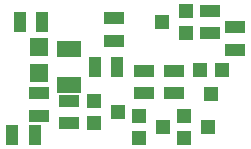
<source format=gbr>
G04 #@! TF.FileFunction,Soldermask,Top*
%FSLAX46Y46*%
G04 Gerber Fmt 4.6, Leading zero omitted, Abs format (unit mm)*
G04 Created by KiCad (PCBNEW 4.0.7) date 12/11/17 08:47:06*
%MOMM*%
%LPD*%
G01*
G04 APERTURE LIST*
%ADD10C,0.100000*%
%ADD11R,1.700000X1.100000*%
%ADD12R,1.600000X1.600000*%
%ADD13R,1.100000X1.700000*%
%ADD14R,1.300000X1.200000*%
%ADD15R,1.200000X1.300000*%
%ADD16R,2.000000X1.400000*%
G04 APERTURE END LIST*
D10*
D11*
X123190000Y-115255000D03*
X123190000Y-117155000D03*
D12*
X123190000Y-111295000D03*
X123190000Y-113495000D03*
D13*
X121605000Y-109220000D03*
X123505000Y-109220000D03*
X122870000Y-118745000D03*
X120970000Y-118745000D03*
D11*
X129540000Y-108905000D03*
X129540000Y-110805000D03*
D13*
X129855000Y-113030000D03*
X127955000Y-113030000D03*
D11*
X132080000Y-113350000D03*
X132080000Y-115250000D03*
X134620000Y-115250000D03*
X134620000Y-113350000D03*
X137668000Y-110170000D03*
X137668000Y-108270000D03*
X125730000Y-117790000D03*
X125730000Y-115890000D03*
D14*
X127905000Y-115890000D03*
X127905000Y-117790000D03*
X129905000Y-116840000D03*
X131715000Y-117160000D03*
X131715000Y-119060000D03*
X133715000Y-118110000D03*
X135525000Y-117160000D03*
X135525000Y-119060000D03*
X137525000Y-118110000D03*
X135620000Y-110170000D03*
X135620000Y-108270000D03*
X133620000Y-109220000D03*
D15*
X138745000Y-113300000D03*
X136845000Y-113300000D03*
X137795000Y-115300000D03*
D11*
X139827000Y-111567000D03*
X139827000Y-109667000D03*
D16*
X125730000Y-111530000D03*
X125730000Y-114530000D03*
M02*

</source>
